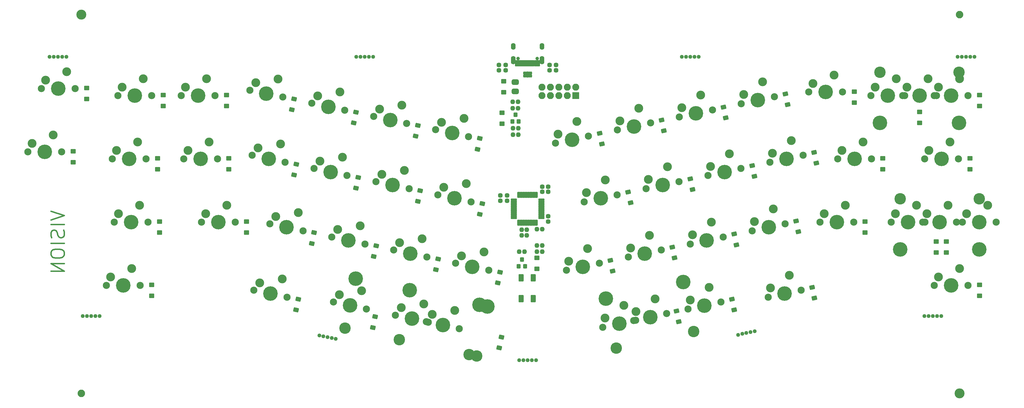
<source format=gbs>
G04 #@! TF.GenerationSoftware,KiCad,Pcbnew,(6.0.11-0)*
G04 #@! TF.CreationDate,2023-07-09T18:52:30+09:00*
G04 #@! TF.ProjectId,Vision,56697369-6f6e-42e6-9b69-6361645f7063,rev?*
G04 #@! TF.SameCoordinates,Original*
G04 #@! TF.FileFunction,Soldermask,Bot*
G04 #@! TF.FilePolarity,Negative*
%FSLAX46Y46*%
G04 Gerber Fmt 4.6, Leading zero omitted, Abs format (unit mm)*
G04 Created by KiCad (PCBNEW (6.0.11-0)) date 2023-07-09 18:52:30*
%MOMM*%
%LPD*%
G01*
G04 APERTURE LIST*
G04 Aperture macros list*
%AMRoundRect*
0 Rectangle with rounded corners*
0 $1 Rounding radius*
0 $2 $3 $4 $5 $6 $7 $8 $9 X,Y pos of 4 corners*
0 Add a 4 corners polygon primitive as box body*
4,1,4,$2,$3,$4,$5,$6,$7,$8,$9,$2,$3,0*
0 Add four circle primitives for the rounded corners*
1,1,$1+$1,$2,$3*
1,1,$1+$1,$4,$5*
1,1,$1+$1,$6,$7*
1,1,$1+$1,$8,$9*
0 Add four rect primitives between the rounded corners*
20,1,$1+$1,$2,$3,$4,$5,0*
20,1,$1+$1,$4,$5,$6,$7,0*
20,1,$1+$1,$6,$7,$8,$9,0*
20,1,$1+$1,$8,$9,$2,$3,0*%
G04 Aperture macros list end*
%ADD10C,0.400000*%
%ADD11C,1.050000*%
%ADD12RoundRect,0.200000X-0.300000X-0.725000X0.300000X-0.725000X0.300000X0.725000X-0.300000X0.725000X0*%
%ADD13RoundRect,0.200000X-0.150000X-0.725000X0.150000X-0.725000X0.150000X0.725000X-0.150000X0.725000X0*%
%ADD14O,1.400000X2.000000*%
%ADD15O,1.400000X2.500000*%
%ADD16C,2.150000*%
%ADD17C,4.387800*%
%ADD18C,2.650000*%
%ADD19C,3.448000*%
%ADD20C,1.187400*%
%ADD21RoundRect,0.200000X0.600000X-0.450000X0.600000X0.450000X-0.600000X0.450000X-0.600000X-0.450000X0*%
%ADD22RoundRect,0.200000X0.493328X-0.564913X0.680449X0.315419X-0.493328X0.564913X-0.680449X-0.315419X0*%
%ADD23RoundRect,0.200000X0.680449X-0.315419X0.493328X0.564913X-0.680449X0.315419X-0.493328X-0.564913X0*%
%ADD24RoundRect,0.450000X0.625000X-0.375000X0.625000X0.375000X-0.625000X0.375000X-0.625000X-0.375000X0*%
%ADD25RoundRect,0.418750X0.218750X0.256250X-0.218750X0.256250X-0.218750X-0.256250X0.218750X-0.256250X0*%
%ADD26RoundRect,0.418750X-0.218750X-0.256250X0.218750X-0.256250X0.218750X0.256250X-0.218750X0.256250X0*%
%ADD27RoundRect,0.418750X-0.256250X0.218750X-0.256250X-0.218750X0.256250X-0.218750X0.256250X0.218750X0*%
%ADD28RoundRect,0.418750X0.256250X-0.218750X0.256250X0.218750X-0.256250X0.218750X-0.256250X-0.218750X0*%
%ADD29RoundRect,0.200000X0.400000X-0.450000X0.400000X0.450000X-0.400000X0.450000X-0.400000X-0.450000X0*%
%ADD30RoundRect,0.250000X0.050000X-0.232500X0.050000X0.232500X-0.050000X0.232500X-0.050000X-0.232500X0*%
%ADD31RoundRect,0.300000X0.100000X-0.182500X0.100000X0.182500X-0.100000X0.182500X-0.100000X-0.182500X0*%
%ADD32RoundRect,0.200000X0.850000X-0.850000X0.850000X0.850000X-0.850000X0.850000X-0.850000X-0.850000X0*%
%ADD33O,2.100000X2.100000*%
%ADD34RoundRect,0.200000X-0.550000X0.900000X-0.550000X-0.900000X0.550000X-0.900000X0.550000X0.900000X0*%
%ADD35RoundRect,0.200000X-0.600000X0.450000X-0.600000X-0.450000X0.600000X-0.450000X0.600000X0.450000X0*%
%ADD36C,2.250000*%
%ADD37C,3.000000*%
%ADD38RoundRect,0.275000X0.075000X-0.662500X0.075000X0.662500X-0.075000X0.662500X-0.075000X-0.662500X0*%
%ADD39RoundRect,0.275000X0.662500X-0.075000X0.662500X0.075000X-0.662500X0.075000X-0.662500X-0.075000X0*%
G04 APERTURE END LIST*
D10*
X66559523Y-132166666D02*
X70559523Y-133500000D01*
X66559523Y-134833333D01*
X70559523Y-136166666D02*
X66559523Y-136166666D01*
X70369047Y-137880952D02*
X70559523Y-138452380D01*
X70559523Y-139404761D01*
X70369047Y-139785714D01*
X70178571Y-139976190D01*
X69797619Y-140166666D01*
X69416666Y-140166666D01*
X69035714Y-139976190D01*
X68845238Y-139785714D01*
X68654761Y-139404761D01*
X68464285Y-138642857D01*
X68273809Y-138261904D01*
X68083333Y-138071428D01*
X67702380Y-137880952D01*
X67321428Y-137880952D01*
X66940476Y-138071428D01*
X66750000Y-138261904D01*
X66559523Y-138642857D01*
X66559523Y-139595238D01*
X66750000Y-140166666D01*
X70559523Y-141880952D02*
X66559523Y-141880952D01*
X66559523Y-144547619D02*
X66559523Y-145309523D01*
X66750000Y-145690476D01*
X67130952Y-146071428D01*
X67892857Y-146261904D01*
X69226190Y-146261904D01*
X69988095Y-146071428D01*
X70369047Y-145690476D01*
X70559523Y-145309523D01*
X70559523Y-144547619D01*
X70369047Y-144166666D01*
X69988095Y-143785714D01*
X69226190Y-143595238D01*
X67892857Y-143595238D01*
X67130952Y-143785714D01*
X66750000Y-144166666D01*
X66559523Y-144547619D01*
X70559523Y-147976190D02*
X66559523Y-147976190D01*
X70559523Y-150261904D01*
X66559523Y-150261904D01*
D11*
X212890000Y-86200000D03*
X207110000Y-86200000D03*
D12*
X206750000Y-87645000D03*
X207550000Y-87645000D03*
D13*
X208750000Y-87645000D03*
X209750000Y-87645000D03*
X210250000Y-87645000D03*
X211250000Y-87645000D03*
D12*
X212450000Y-87645000D03*
X213250000Y-87645000D03*
X213250000Y-87645000D03*
X212450000Y-87645000D03*
D13*
X211750000Y-87645000D03*
X210750000Y-87645000D03*
X209250000Y-87645000D03*
X208250000Y-87645000D03*
D12*
X207550000Y-87645000D03*
X206750000Y-87645000D03*
D14*
X205680000Y-82550000D03*
D15*
X205680000Y-86730000D03*
X214320000Y-86730000D03*
D14*
X214320000Y-82550000D03*
D16*
X287513991Y-135994400D03*
X277576011Y-138106782D03*
D17*
X282545001Y-137050591D03*
D18*
X278290163Y-135358240D03*
X283973305Y-131553505D03*
D16*
X313485001Y-116440592D03*
X303325001Y-116440592D03*
D17*
X308405001Y-116440592D03*
D18*
X304595001Y-113900592D03*
X310945001Y-111360592D03*
D16*
X116685002Y-116440593D03*
X106525002Y-116440593D03*
D17*
X111605002Y-116440593D03*
D18*
X107795002Y-113900593D03*
X114145002Y-111360593D03*
D16*
X137613990Y-158096784D03*
X127676010Y-155984402D03*
D17*
X132645000Y-157040593D03*
D18*
X129446353Y-153763955D03*
X136185686Y-152599699D03*
D16*
X198325126Y-149988936D03*
D17*
X193356136Y-148932745D03*
D16*
X188387146Y-147876554D03*
D18*
X190157489Y-145656107D03*
X196896822Y-144491851D03*
D17*
X156088712Y-141011309D03*
D16*
X151119722Y-139955118D03*
X161057702Y-142067500D03*
D18*
X152890065Y-137734671D03*
X159629398Y-136570415D03*
D16*
X83300001Y-154540592D03*
X93460001Y-154540592D03*
D17*
X88380001Y-154540592D03*
D18*
X84570001Y-152000592D03*
X90920001Y-149460592D03*
D17*
X150738712Y-120401310D03*
D16*
X145769722Y-119345119D03*
X155707702Y-121457501D03*
D18*
X147540065Y-117124672D03*
X154279398Y-115960416D03*
D16*
X145069722Y-99715119D03*
D17*
X150038712Y-100771310D03*
D16*
X155007702Y-101827501D03*
D18*
X146840065Y-97494672D03*
X153579398Y-96330416D03*
D16*
X164403434Y-123305837D03*
D17*
X169372424Y-124362028D03*
D16*
X174341414Y-125418219D03*
D18*
X166173777Y-121085390D03*
X172913110Y-119921134D03*
D17*
X188006136Y-128322745D03*
D16*
X183037146Y-127266554D03*
X192975126Y-129378936D03*
D18*
X184807489Y-125046107D03*
X191546822Y-123881851D03*
D17*
X232003865Y-128322744D03*
D16*
X236972855Y-127266553D03*
X227034875Y-129378935D03*
D18*
X227749027Y-126630393D03*
X233432169Y-122825658D03*
D16*
X255682299Y-103807502D03*
X265620279Y-101695120D03*
D17*
X260651289Y-102751311D03*
D18*
X256396451Y-101058960D03*
X262079593Y-97254225D03*
D16*
X245668587Y-125418219D03*
X255606567Y-123305837D03*
D17*
X250637577Y-124362028D03*
D18*
X246382739Y-122669677D03*
X252065881Y-118864942D03*
D17*
X269271289Y-120401310D03*
D16*
X264302299Y-121457501D03*
X274240279Y-119345119D03*
D18*
X265016451Y-118708959D03*
X270699593Y-114904224D03*
D16*
X282936010Y-117496784D03*
X292873990Y-115384402D03*
D17*
X287905000Y-116440593D03*
D18*
X283650162Y-114748242D03*
X289333304Y-110943507D03*
D17*
X263911288Y-141011309D03*
D16*
X268880278Y-139955118D03*
X258942298Y-142067500D03*
D18*
X259656450Y-139318958D03*
X265339592Y-135514223D03*
D16*
X250246567Y-143915836D03*
D17*
X245277577Y-144972027D03*
D16*
X240308587Y-146028218D03*
D18*
X241022739Y-143279676D03*
X246705881Y-139474941D03*
D17*
X279285001Y-98790593D03*
D16*
X284253991Y-97734402D03*
X274316011Y-99846784D03*
D18*
X275030163Y-97098242D03*
X280713305Y-93293507D03*
D16*
X294580001Y-96330593D03*
D17*
X299660001Y-96330593D03*
D16*
X304740001Y-96330593D03*
D18*
X295850001Y-93790593D03*
X302200001Y-91250593D03*
D16*
X105825000Y-97390592D03*
X115985000Y-97390592D03*
D17*
X110905000Y-97390592D03*
D18*
X107095000Y-94850592D03*
X113445000Y-92310592D03*
D16*
X173641414Y-105788219D03*
X163703434Y-103675837D03*
D17*
X168672424Y-104732028D03*
D18*
X165473777Y-101455390D03*
X172213110Y-100291134D03*
D16*
X137073989Y-117496784D03*
X127136009Y-115384402D03*
D17*
X132104999Y-116440593D03*
D18*
X128906352Y-113163955D03*
X135645685Y-111999699D03*
D17*
X90761251Y-135490592D03*
D16*
X85681251Y-135490592D03*
X95841251Y-135490592D03*
D18*
X86951251Y-132950592D03*
X93301251Y-130410592D03*
D16*
X319396250Y-135490592D03*
X329556250Y-135490592D03*
D17*
X324476250Y-135490592D03*
D18*
X320666250Y-132950592D03*
X327016250Y-130410592D03*
D16*
X192275126Y-109748937D03*
X182337146Y-107636555D03*
D17*
X187306136Y-108692746D03*
D18*
X184107489Y-105416108D03*
X190846822Y-104251852D03*
D16*
X85093751Y-116440593D03*
D17*
X90173751Y-116440593D03*
D16*
X95253751Y-116440593D03*
D18*
X86363751Y-113900593D03*
X92713751Y-111360593D03*
D17*
X242017576Y-106712028D03*
D16*
X237048586Y-107768219D03*
X246986566Y-105655837D03*
D18*
X237762738Y-105019677D03*
X243445880Y-101214942D03*
D17*
X174722424Y-144972027D03*
D16*
X169753434Y-143915836D03*
X179691414Y-146028218D03*
D18*
X171523777Y-141695389D03*
X178263110Y-140531133D03*
D16*
X126436011Y-95754401D03*
X136373991Y-97866783D03*
D17*
X131405001Y-96810592D03*
D18*
X128206354Y-93533954D03*
X134945687Y-92369698D03*
D17*
X156566598Y-160588476D03*
D16*
X161535588Y-161644667D03*
X151597608Y-159532285D03*
D18*
X153367951Y-157311838D03*
X160107284Y-156147582D03*
D16*
X132486010Y-135994401D03*
D17*
X137455000Y-137050592D03*
D16*
X142423990Y-138106783D03*
D18*
X134256353Y-133773954D03*
X140995686Y-132609698D03*
D17*
X116955000Y-135490592D03*
D16*
X111875000Y-135490592D03*
X122035000Y-135490592D03*
D18*
X113145000Y-132950592D03*
X119495000Y-130410592D03*
D17*
X334598751Y-116440593D03*
D16*
X339678751Y-116440593D03*
X329518751Y-116440593D03*
D18*
X330788751Y-113900593D03*
X337138751Y-111360593D03*
D17*
X303045001Y-135490592D03*
D16*
X297965001Y-135490592D03*
X308125001Y-135490592D03*
D18*
X299235001Y-132950592D03*
X305585001Y-130410592D03*
D16*
X282386011Y-158096782D03*
X292323991Y-155984400D03*
D17*
X287355001Y-157040591D03*
D18*
X283100163Y-155348240D03*
X288783305Y-151543505D03*
D16*
X231612855Y-147876554D03*
D17*
X226643865Y-148932745D03*
D16*
X221674875Y-149988936D03*
D18*
X222389027Y-147240394D03*
X228072169Y-143435659D03*
D17*
X337464500Y-154540592D03*
D16*
X342544500Y-154540592D03*
X332384500Y-154540592D03*
D18*
X333654500Y-152000592D03*
X340004500Y-149460592D03*
D16*
X342545001Y-97390593D03*
D17*
X337465001Y-97390593D03*
D16*
X332385001Y-97390593D03*
D18*
X333655001Y-94850593D03*
X340005001Y-92310593D03*
D16*
X96935001Y-97390593D03*
X86775001Y-97390593D03*
D17*
X91855001Y-97390593D03*
D18*
X88045001Y-94850593D03*
X94395001Y-92310593D03*
D16*
X340827501Y-135490592D03*
X350987501Y-135490592D03*
D17*
X345907501Y-135490592D03*
D18*
X342097501Y-132950592D03*
X348447501Y-130410592D03*
D16*
X323495001Y-97390592D03*
D17*
X318415001Y-97390592D03*
D16*
X313335001Y-97390592D03*
D18*
X314605001Y-94850592D03*
X320955001Y-92310592D03*
D16*
X59685000Y-114300593D03*
D17*
X64765000Y-114300593D03*
D16*
X69845000Y-114300593D03*
D18*
X60955000Y-111760593D03*
X67305000Y-109220593D03*
D16*
X63755002Y-95250593D03*
X73915002Y-95250593D03*
D17*
X68835002Y-95250593D03*
D18*
X65025002Y-92710593D03*
X71375002Y-90170593D03*
D16*
X179548172Y-165473359D03*
D17*
X184517162Y-166529550D03*
D16*
X189486152Y-167585741D03*
D17*
X197879543Y-160930390D03*
D19*
X171418829Y-170886462D03*
X194710969Y-175837360D03*
D17*
X174587403Y-155979493D03*
D18*
X181318515Y-163252912D03*
X188057848Y-162088656D03*
D16*
X232623235Y-167137378D03*
D17*
X237592225Y-166081187D03*
D16*
X242561215Y-165024996D03*
D18*
X233337387Y-164388836D03*
X239020529Y-160584101D03*
D17*
X263213578Y-160635200D03*
D16*
X268182568Y-159579009D03*
X258244588Y-161691391D03*
D18*
X258958740Y-158942849D03*
X264641882Y-155138114D03*
D16*
X228352855Y-109616555D03*
D17*
X223383865Y-110672746D03*
D16*
X218414875Y-111728937D03*
D18*
X219129027Y-108980395D03*
X224812169Y-105175660D03*
D20*
X275839133Y-168885953D03*
X277081381Y-168621905D03*
X278323628Y-168357857D03*
X274596886Y-169150000D03*
X273354639Y-169414048D03*
X343227501Y-85704000D03*
X339417501Y-85704000D03*
X340687501Y-85704000D03*
X344497501Y-85704000D03*
X341957501Y-85704000D03*
X260270000Y-85704001D03*
X261540000Y-85704001D03*
X256460000Y-85704001D03*
X257730000Y-85704001D03*
X259000000Y-85704001D03*
X67445001Y-85703999D03*
X66175001Y-85703999D03*
X69985001Y-85703999D03*
X68715001Y-85703999D03*
X71255001Y-85703999D03*
X79985001Y-163786591D03*
X77445001Y-163786591D03*
X81255001Y-163786591D03*
X78715001Y-163786591D03*
X76175001Y-163786591D03*
X208730000Y-177086880D03*
X210000000Y-177086880D03*
X212540000Y-177086880D03*
X207460000Y-177086880D03*
X211270000Y-177086880D03*
X159730000Y-85704000D03*
X161000000Y-85704000D03*
X158460000Y-85704000D03*
X162270000Y-85704000D03*
X163540000Y-85704000D03*
X151075615Y-170415598D03*
X149833368Y-170151551D03*
X152317862Y-170679646D03*
X147348873Y-169623455D03*
X148591120Y-169887503D03*
X333227501Y-163786591D03*
X331957501Y-163786591D03*
X334497501Y-163786591D03*
X329417501Y-163786591D03*
X330687501Y-163786591D03*
D19*
X345907501Y-128505592D03*
D16*
X328921251Y-135490592D03*
D17*
X345907501Y-143745592D03*
D19*
X322095001Y-128505592D03*
D16*
X339081251Y-135490592D03*
D17*
X334001251Y-135490592D03*
X322095001Y-143745592D03*
D18*
X330191251Y-132950592D03*
X336541251Y-130410592D03*
D17*
X175200305Y-164549191D03*
D16*
X180169295Y-165605382D03*
D19*
X192381754Y-175342270D03*
D17*
X158282904Y-152513865D03*
D19*
X155114330Y-167420834D03*
D17*
X195550328Y-160435300D03*
D16*
X170231315Y-163493000D03*
D18*
X172001658Y-161272553D03*
X178740991Y-160108297D03*
D16*
X251878071Y-163044637D03*
X241940091Y-165157019D03*
D19*
X260007414Y-168457740D03*
X236715274Y-173408638D03*
D17*
X256838840Y-153550771D03*
X233546700Y-158501668D03*
X246909081Y-164100828D03*
D18*
X242654243Y-162408477D03*
X248337385Y-158603742D03*
D19*
X339846251Y-90405593D03*
D16*
X333020001Y-97390593D03*
D17*
X339846251Y-105645593D03*
X327940001Y-97390593D03*
D16*
X322860001Y-97390593D03*
D17*
X316033751Y-105645593D03*
D19*
X316033751Y-90405593D03*
D18*
X324130001Y-94850593D03*
X330480001Y-92310593D03*
D21*
X98673751Y-119590592D03*
X98673751Y-116290592D03*
X120105001Y-119590593D03*
X120105001Y-116290593D03*
D22*
X139764333Y-121289006D03*
X140450441Y-118061118D03*
X158398045Y-125249724D03*
X159084153Y-122021836D03*
X177031756Y-129210442D03*
X177717864Y-125982554D03*
X195665469Y-133171159D03*
X196351577Y-129943271D03*
D23*
X240973041Y-129636661D03*
X240286933Y-126408773D03*
X259606753Y-125675944D03*
X258920645Y-122448056D03*
X278240465Y-121715226D03*
X277554357Y-118487338D03*
X296874176Y-117754509D03*
X296188068Y-114526621D03*
D21*
X316905001Y-119590592D03*
X316905001Y-116290592D03*
X343098751Y-119590593D03*
X343098751Y-116290593D03*
D22*
X163748045Y-145859723D03*
X164434153Y-142631835D03*
X182381757Y-149820441D03*
X183067865Y-146592553D03*
X201015469Y-153781159D03*
X201701577Y-150553271D03*
D23*
X235613041Y-150246661D03*
X234926933Y-147018773D03*
X254246753Y-146285943D03*
X253560645Y-143058055D03*
X272880465Y-142325225D03*
X272194357Y-139097337D03*
X291514177Y-138364507D03*
X290828069Y-135136619D03*
D21*
X311545001Y-138640592D03*
X311545001Y-135340592D03*
X332976251Y-144640592D03*
X332976251Y-141340592D03*
D22*
X140304334Y-161889006D03*
X140990442Y-158661118D03*
D24*
X206335002Y-96150593D03*
X206335002Y-93350593D03*
D25*
X207122503Y-99250593D03*
X205547503Y-99250593D03*
D21*
X96880001Y-157690592D03*
X96880001Y-154390592D03*
D26*
X205547502Y-101250593D03*
X207122502Y-101250593D03*
D25*
X209087500Y-144400000D03*
X207512500Y-144400000D03*
D26*
X208212500Y-139500000D03*
X209787500Y-139500000D03*
D27*
X201835002Y-127463093D03*
X201835002Y-129038093D03*
D28*
X216200000Y-126387500D03*
X216200000Y-124812500D03*
D29*
X209250000Y-148800000D03*
X207350000Y-148800000D03*
X208300000Y-146800000D03*
D25*
X207187500Y-109200000D03*
X205612500Y-109200000D03*
D30*
X211000000Y-91456573D03*
X210500000Y-91456573D03*
D31*
X210000000Y-91456573D03*
D30*
X209500000Y-91456573D03*
X209000000Y-91456573D03*
X209000000Y-90621573D03*
X209500000Y-90621573D03*
D31*
X210000000Y-90621573D03*
D30*
X210500000Y-90621573D03*
X211000000Y-90621573D03*
D26*
X205612500Y-107200000D03*
X207187500Y-107200000D03*
D25*
X214387500Y-144400000D03*
X212812500Y-144400000D03*
D26*
X208212500Y-137750000D03*
X209787500Y-137750000D03*
D27*
X203835003Y-127463093D03*
X203835003Y-129038093D03*
D21*
X100355001Y-100540593D03*
X100355001Y-97240593D03*
X119405000Y-100540592D03*
X119405000Y-97240592D03*
D22*
X139064334Y-101659006D03*
X139750442Y-98431118D03*
X157698045Y-105619724D03*
X158384153Y-102391836D03*
X176331757Y-109580442D03*
X177017865Y-106352554D03*
X194965469Y-113541160D03*
X195651577Y-110313272D03*
D23*
X232353041Y-111986662D03*
X231666933Y-108758774D03*
X250986753Y-108025944D03*
X250300645Y-104798056D03*
X269620465Y-104065227D03*
X268934357Y-100837339D03*
X288254177Y-100104509D03*
X287568069Y-96876621D03*
D21*
X308285001Y-99480593D03*
X308285001Y-96180593D03*
X328000000Y-105600000D03*
X328000000Y-102300000D03*
X345965001Y-100540593D03*
X345965001Y-97240593D03*
X73265001Y-117450593D03*
X73265001Y-114150593D03*
X99261251Y-138640592D03*
X99261251Y-135340592D03*
X125455000Y-138640592D03*
X125455000Y-135340592D03*
D22*
X145114333Y-141899007D03*
X145800441Y-138671119D03*
X163456946Y-167213944D03*
X164143054Y-163986056D03*
D32*
X224475000Y-97400000D03*
D33*
X224475000Y-94860000D03*
X221935000Y-97400000D03*
X221935000Y-94860000D03*
X219395000Y-97400000D03*
X219395000Y-94860000D03*
X216855000Y-97400000D03*
X216855000Y-94860000D03*
X214315000Y-97400000D03*
X214315000Y-94860000D03*
D34*
X208050000Y-158500000D03*
X208050000Y-152300000D03*
X211750000Y-152300000D03*
X211750000Y-158500000D03*
D29*
X207350000Y-105200000D03*
X205450000Y-105200000D03*
X206400000Y-103200000D03*
D28*
X216600000Y-89787500D03*
X216600000Y-88212500D03*
D27*
X201400000Y-88212500D03*
X201400000Y-89787500D03*
D26*
X212812500Y-142500000D03*
X214387500Y-142500000D03*
D21*
X77335002Y-98400593D03*
X77335002Y-95100593D03*
D35*
X202335002Y-102600593D03*
X202335002Y-105900593D03*
D22*
X201493355Y-173358325D03*
X202179463Y-170130437D03*
D23*
X272182754Y-161949115D03*
X271496646Y-158721227D03*
X296324177Y-158354507D03*
X295638069Y-155126619D03*
X255491845Y-165496878D03*
X254805737Y-162268990D03*
D21*
X202835002Y-96400592D03*
X202835002Y-93100592D03*
X345964500Y-157690592D03*
X345964500Y-154390592D03*
D28*
X218600000Y-89787500D03*
X218600000Y-88212500D03*
X214400000Y-126387500D03*
X214400000Y-124812500D03*
D27*
X203399999Y-88212500D03*
X203399999Y-89787500D03*
D36*
X339957502Y-73000000D03*
X75715001Y-187040592D03*
D37*
X75715001Y-73000000D03*
X339957500Y-187040592D03*
D26*
X212812500Y-137600000D03*
X214387500Y-137600000D03*
D28*
X216200000Y-135337500D03*
X216200000Y-133762500D03*
D21*
X336000000Y-144640592D03*
X336000000Y-141340592D03*
D38*
X212750001Y-135653613D03*
X212250001Y-135653613D03*
X211750001Y-135653613D03*
X211250001Y-135653613D03*
X210750001Y-135653613D03*
X210250001Y-135653613D03*
X209750001Y-135653613D03*
X209250001Y-135653613D03*
X208750001Y-135653613D03*
X208250001Y-135653613D03*
X207750001Y-135653613D03*
X207250001Y-135653613D03*
D39*
X205837501Y-134241113D03*
X205837501Y-133741113D03*
X205837501Y-133241113D03*
X205837501Y-132741113D03*
X205837501Y-132241113D03*
X205837501Y-131741113D03*
X205837501Y-131241113D03*
X205837501Y-130741113D03*
X205837501Y-130241113D03*
X205837501Y-129741113D03*
X205837501Y-129241113D03*
X205837501Y-128741113D03*
D38*
X207250001Y-127328613D03*
X207750001Y-127328613D03*
X208250001Y-127328613D03*
X208750001Y-127328613D03*
X209250001Y-127328613D03*
X209750001Y-127328613D03*
X210250001Y-127328613D03*
X210750001Y-127328613D03*
X211250001Y-127328613D03*
X211750001Y-127328613D03*
X212250001Y-127328613D03*
X212750001Y-127328613D03*
D39*
X214162501Y-128741113D03*
X214162501Y-129241113D03*
X214162501Y-129741113D03*
X214162501Y-130241113D03*
X214162501Y-130741113D03*
X214162501Y-131241113D03*
X214162501Y-131741113D03*
X214162501Y-132241113D03*
X214162501Y-132741113D03*
X214162501Y-133241113D03*
X214162501Y-133741113D03*
X214162501Y-134241113D03*
D35*
X212800001Y-146250000D03*
X212800001Y-149550000D03*
M02*

</source>
